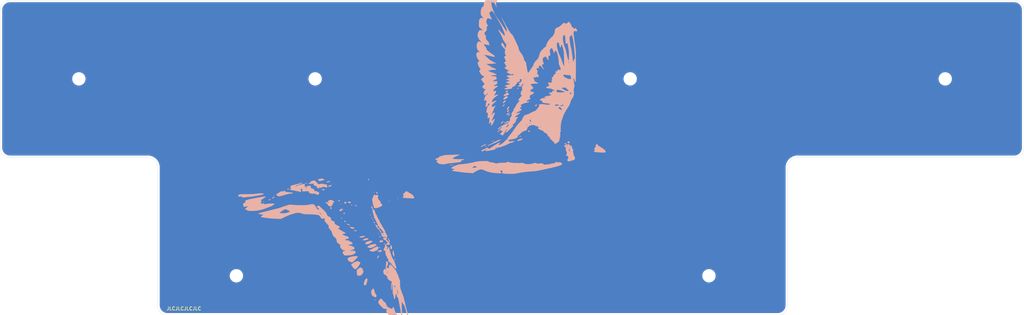
<source format=kicad_pcb>
(kicad_pcb (version 20210424) (generator pcbnew)
  (layers (0 "F.Cu" signal) (31 "B.Cu" signal) (34 "B.Paste" user) (35 "F.Paste" user) (36 "B.SilkS" user "B.Silkscreen") (37 "F.SilkS" user "F.Silkscreen") (38 "B.Mask" user) (39 "F.Mask" user) (44 "Edge.Cuts" user))
  (net 0 "")
  (footprint "MountingHole:MountingHole_2.2mm_M2" (layer "F.Cu") (at 46.83125 79.375)
    (fp_text reference "REF**" hide)
    (fp_text value "MountingHole_2.2mm_M2")
    (pad "1" np_thru_hole circle locked (at 0 0) (size 2.2 2.2) (drill 2.2) (layers *.Cu *.Mask))
  )
  (footprint "MountingHole:MountingHole_2.2mm_M2" (layer "F.Cu") (at 103.98125 79.375)
    (fp_text reference "REF**" hide)
    (fp_text value "MountingHole_2.2mm_M2")
    (pad "1" np_thru_hole circle locked (at 0 0) (size 2.2 2.2) (drill 2.2) (layers *.Cu *.Mask))
  )
  (footprint "MountingHole:MountingHole_2.2mm_M2" (layer "F.Cu") (at 84.93125 127)
    (fp_text reference "REF**" hide)
    (fp_text value "MountingHole_2.2mm_M2")
    (pad "1" np_thru_hole circle locked (at 0 0) (size 2.2 2.2) (drill 2.2) (layers *.Cu *.Mask))
  )
  (footprint "MountingHole:MountingHole_2.2mm_M2" (layer "F.Cu") (at 199.23125 127)
    (fp_text reference "REF**" hide)
    (fp_text value "MountingHole_2.2mm_M2")
    (pad "1" np_thru_hole circle locked (at 0 0) (size 2.2 2.2) (drill 2.2) (layers *.Cu *.Mask))
  )
  (footprint "MountingHole:MountingHole_2.2mm_M2" (layer "F.Cu") (at 180.18125 79.375)
    (fp_text reference "REF**" hide)
    (fp_text value "MountingHole_2.2mm_M2")
    (pad "1" np_thru_hole circle locked (at 0 0) (size 2.2 2.2) (drill 2.2) (layers *.Cu *.Mask))
  )
  (footprint "MountingHole:MountingHole_2.2mm_M2" (layer "F.Cu") (at 256.38125 79.375)
    (fp_text reference "REF**" hide)
    (fp_text value "MountingHole_2.2mm_M2")
    (pad "1" np_thru_hole circle locked (at 0 0) (size 2.2 2.2) (drill 2.2) (layers *.Cu *.Mask))
  )
  (footprint "uni-footprints:plovers" (layer "F.Cu") (at 108.74375 90.1192)
    (fp_text reference "Ref**" hide)
    (fp_text value "Val**" hide)
  )
  (footprint "uni-footprints:jlcjlcjlcjlc" (layer "B.Cu") (at 72.23125 134.9375 180)
    (fp_text reference "REF**" hide)
    (fp_text value "jlc" hide)
    (fp_text user "JLCJLCJLCJLC" (at 0 0) (layer "F.SilkS") (effects (font (size 0.81 0.81))))
  )
  (gr_line (start 27.78125 62.70625) (end 27.78125 96.04375) (layer "Edge.Cuts") (width 0.05))
  (gr_line (start 275.43125 96.04375) (end 275.43125 62.70625) (layer "Edge.Cuts") (width 0.05))
  (gr_line (start 273.05 60.325) (end 30.1625 60.325) (layer "Edge.Cuts") (width 0.05))
  (gr_line (start 30.1625 98.425) (end 63.5 98.425) (layer "Edge.Cuts") (width 0.05))
  (gr_line (start 65.88125 100.80625) (end 65.88125 134.14375) (layer "Edge.Cuts") (width 0.05))
  (gr_line (start 68.2625 136.525) (end 215.9 136.525) (layer "Edge.Cuts") (width 0.05))
  (gr_line (start 218.28125 134.14375) (end 218.28125 100.80625) (layer "Edge.Cuts") (width 0.05))
  (gr_line (start 220.6625 98.425) (end 273.05 98.425) (layer "Edge.Cuts") (width 0.05))
  (gr_arc (start 68.2625 134.14375) (end 65.88125 134.14375) (angle -90) (layer "Edge.Cuts") (width 0.05))
  (gr_arc (start 63.5 100.80625) (end 65.88125 100.80625) (angle -90) (layer "Edge.Cuts") (width 0.05))
  (gr_arc (start 273.05 62.70625) (end 275.43125 62.70625) (angle -90) (layer "Edge.Cuts") (width 0.05))
  (gr_arc (start 273.05 96.04375) (end 273.05 98.425) (angle -90) (layer "Edge.Cuts") (width 0.05))
  (gr_arc (start 30.1625 62.70625) (end 30.1625 60.325) (angle -90) (layer "Edge.Cuts") (width 0.05))
  (gr_arc (start 220.6625 100.80625) (end 220.6625 98.425) (angle -90) (layer "Edge.Cuts") (width 0.05))
  (gr_arc (start 30.1625 96.04375) (end 27.78125 96.04375) (angle -90) (layer "Edge.Cuts") (width 0.05))
  (gr_arc (start 215.9 134.14375) (end 215.9 136.525) (angle -90) (layer "Edge.Cuts") (width 0.05))
  (zone (net 0) (net_name "") (layer "B.Cu") (connect_pads (clearance 0.508)) (min_thickness 0.254) (fill yes (thermal_gap 0.508) (thermal_bridge_width 0.508))
    (polygon (pts (xy 275.43125 98.425) (xy 219.075 99.21875) (xy 218.28125 136.525) (xy 65.88125 136.525) (xy 65.0875 99.21875) (xy 27.78125 98.425) (xy 27.78125 60.325) (xy 275.43125 60.325)))
  )
)
</source>
